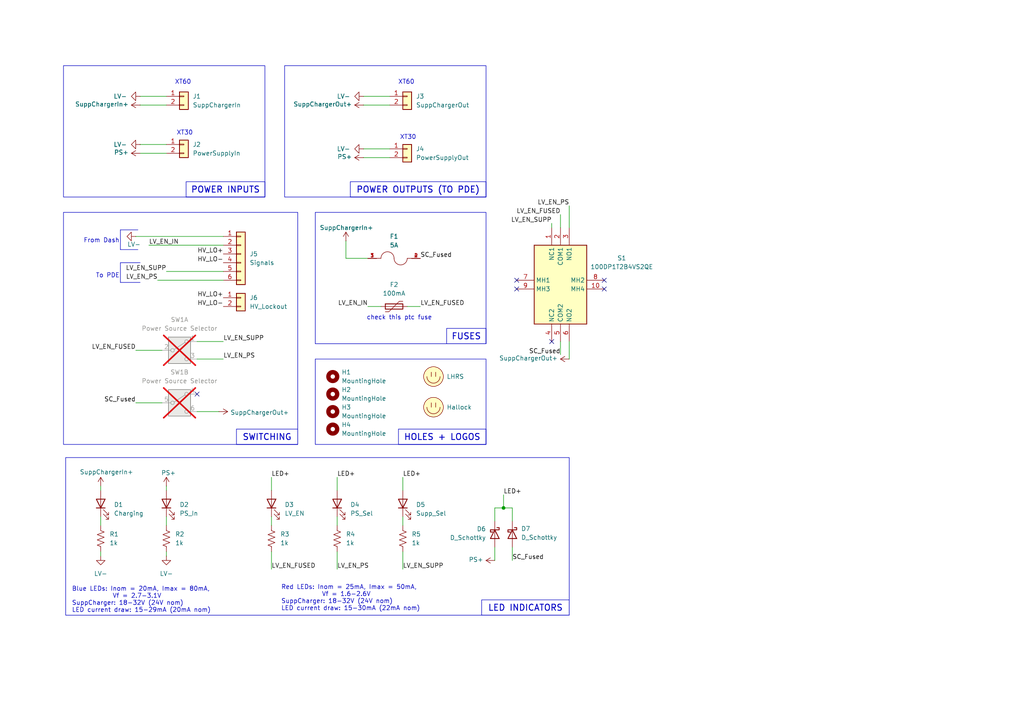
<source format=kicad_sch>
(kicad_sch (version 20250114) (generator "eeschema") (generator_version "9.0")
  (paper "A4")
  (lib_symbols
    (symbol "100DP1T2B4VS2QE:100DP1T2B4VS2QE"
      (property "Reference" "S" (at 21.59 15.24 0))
      (property "Value" "100DP1T2B4VS2QE" (at 21.59 12.7 0))
      (symbol "100DP1T2B4VS2QE_1_1"
        (rectangle (start 5.08 10.16) (end 20.32 -12.7) (stroke (width 0.254)) (fill (type background)))
        (pin passive line (at 0 0 0) (length 5.08) (name "MH1") (number "7"))
        (pin passive line (at 0 -2.54 0) (length 5.08) (name "MH3") (number "9"))
        (pin passive line (at 10.16 15.24 270) (length 5.08) (name "NC1") (number "1"))
        (pin passive line (at 10.16 -17.78 90) (length 5.08) (name "NC2") (number "4"))
        (pin passive line (at 12.7 15.24 270) (length 5.08) (name "COM1") (number "2"))
        (pin passive line (at 12.7 -17.78 90) (length 5.08) (name "COM2") (number "5"))
        (pin passive line (at 15.24 15.24 270) (length 5.08) (name "NO1") (number "3"))
        (pin passive line (at 15.24 -17.78 90) (length 5.08) (name "NO2") (number "6"))
        (pin passive line (at 25.4 0 180) (length 5.08) (name "MH2") (number "8"))
        (pin passive line (at 25.4 -2.54 180) (length 5.08) (name "MH4") (number "10"))
      )
    )
    (symbol "3568:3568" (pin_names (offset 1.016))
      (property "Reference" "F" (at -2.54 5.08 0))
      (property "Value" "3568" (at -2.54 -5.08 0))
      (symbol "3568_0_0"
        (polyline (pts (xy -5.08 0) (xy -3.81 0)) (stroke (width 0.1524)))
        (arc (start -3.81 0) (mid -1.905 1.8967) (end 0 0) (stroke (width 0.1524)))
        (arc (start 3.81 0) (mid 1.905 -1.8967) (end 0 0) (stroke (width 0.1524)))
        (polyline (pts (xy 5.08 0) (xy 3.81 0)) (stroke (width 0.1524)))
        (pin passive line (at -7.62 0 0) (length 2.54) (name "~") (number "1"))
        (pin passive line (at -7.62 0 0) (length 2.54) (name "~") (number "3"))
        (pin passive line (at 7.62 0 180) (length 2.54) (name "~") (number "2"))
        (pin passive line (at 7.62 0 180) (length 2.54) (name "~") (number "4"))
      )
    )
    (symbol "Connector_Generic:Conn_01x02" (pin_names (offset 1.016) (hide yes))
      (property "Reference" "J" (at 0 2.54 0))
      (property "Value" "Conn_01x02" (at 0 -5.08 0))
      (symbol "Conn_01x02_1_1"
        (rectangle (start -1.27 1.27) (end 1.27 -3.81) (stroke (width 0.254)) (fill (type background)))
        (rectangle (start -1.27 0.127) (end 0 -0.127) (stroke (width 0.1524)))
        (rectangle (start -1.27 -2.413) (end 0 -2.667) (stroke (width 0.1524)))
        (pin passive line (at -5.08 0 0) (length 3.81) (name "Pin_1") (number "1"))
        (pin passive line (at -5.08 -2.54 0) (length 3.81) (name "Pin_2") (number "2"))
      )
    )
    (symbol "Connector_Generic:Conn_01x06" (pin_names (offset 1.016) (hide yes))
      (property "Reference" "J" (at 0 7.62 0))
      (property "Value" "Conn_01x06" (at 0 -10.16 0))
      (symbol "Conn_01x06_1_1"
        (rectangle (start -1.27 6.35) (end 1.27 -8.89) (stroke (width 0.254)) (fill (type background)))
        (rectangle (start -1.27 5.207) (end 0 4.953) (stroke (width 0.1524)))
        (rectangle (start -1.27 2.667) (end 0 2.413) (stroke (width 0.1524)))
        (rectangle (start -1.27 0.127) (end 0 -0.127) (stroke (width 0.1524)))
        (rectangle (start -1.27 -2.413) (end 0 -2.667) (stroke (width 0.1524)))
        (rectangle (start -1.27 -4.953) (end 0 -5.207) (stroke (width 0.1524)))
        (rectangle (start -1.27 -7.493) (end 0 -7.747) (stroke (width 0.1524)))
        (pin passive line (at -5.08 5.08 0) (length 3.81) (name "Pin_1") (number "1"))
        (pin passive line (at -5.08 2.54 0) (length 3.81) (name "Pin_2") (number "2"))
        (pin passive line (at -5.08 0 0) (length 3.81) (name "Pin_3") (number "3"))
        (pin passive line (at -5.08 -2.54 0) (length 3.81) (name "Pin_4") (number "4"))
        (pin passive line (at -5.08 -5.08 0) (length 3.81) (name "Pin_5") (number "5"))
        (pin passive line (at -5.08 -7.62 0) (length 3.81) (name "Pin_6") (number "6"))
      )
    )
    (symbol "Device:D_Schottky" (pin_numbers (hide yes)) (pin_names (offset 1.016) (hide yes))
      (property "Reference" "D" (at 0 2.54 0))
      (property "Value" "D_Schottky" (at 0 -2.54 0))
      (symbol "D_Schottky_0_1"
        (polyline (pts (xy -1.905 0.635) (xy -1.905 1.27) (xy -1.27 1.27) (xy -1.27 -1.27) (xy -0.635 -1.27) (xy -0.635 -0.635)) (stroke (width 0.254)))
        (polyline (pts (xy 1.27 1.27) (xy 1.27 -1.27) (xy -1.27 0) (xy 1.27 1.27)) (stroke (width 0.254)))
        (polyline (pts (xy 1.27 0) (xy -1.27 0)))
      )
      (symbol "D_Schottky_1_1"
        (pin passive line (at -3.81 0 0) (length 2.54) (name "K") (number "1"))
        (pin passive line (at 3.81 0 180) (length 2.54) (name "A") (number "2"))
      )
    )
    (symbol "Device:LED" (pin_numbers (hide yes)) (pin_names (offset 1.016) (hide yes))
      (property "Reference" "D" (at 0 2.54 0))
      (property "Value" "LED" (at 0 -2.54 0))
      (symbol "LED_0_1"
        (polyline (pts (xy -3.048 -0.762) (xy -4.572 -2.286) (xy -3.81 -2.286) (xy -4.572 -2.286) (xy -4.572 -1.524)))
        (polyline (pts (xy -1.778 -0.762) (xy -3.302 -2.286) (xy -2.54 -2.286) (xy -3.302 -2.286) (xy -3.302 -1.524)))
        (polyline (pts (xy -1.27 0) (xy 1.27 0)))
        (polyline (pts (xy -1.27 -1.27) (xy -1.27 1.27)) (stroke (width 0.254)))
        (polyline (pts (xy 1.27 -1.27) (xy 1.27 1.27) (xy -1.27 0) (xy 1.27 -1.27)) (stroke (width 0.254)))
      )
      (symbol "LED_1_1"
        (pin passive line (at -3.81 0 0) (length 2.54) (name "K") (number "1"))
        (pin passive line (at 3.81 0 180) (length 2.54) (name "A") (number "2"))
      )
    )
    (symbol "Device:Polyfuse" (pin_numbers (hide yes)) (pin_names (offset 0))
      (property "Reference" "F" (at -2.54 0 90))
      (property "Value" "Polyfuse" (at 2.54 0 90))
      (symbol "Polyfuse_0_1"
        (polyline (pts (xy -1.524 2.54) (xy -1.524 1.524) (xy 1.524 -1.524) (xy 1.524 -2.54)))
        (rectangle (start -0.762 2.54) (end 0.762 -2.54) (stroke (width 0.254)))
        (polyline (pts (xy 0 2.54) (xy 0 -2.54)))
      )
      (symbol "Polyfuse_1_1"
        (pin passive line (at 0 3.81 270) (length 1.27) (name "~") (number "1"))
        (pin passive line (at 0 -3.81 90) (length 1.27) (name "~") (number "2"))
      )
    )
    (symbol "Device:R_US" (pin_numbers (hide yes)) (pin_names (offset 0))
      (property "Reference" "R" (at 2.54 0 90))
      (property "Value" "R_US" (at -2.54 0 90))
      (symbol "R_US_0_1"
        (polyline (pts (xy 0 2.286) (xy 0 2.54)))
        (polyline (pts (xy 0 2.286) (xy 1.016 1.905) (xy 0 1.524) (xy -1.016 1.143) (xy 0 0.762)))
        (polyline (pts (xy 0 0.762) (xy 1.016 0.381) (xy 0 0) (xy -1.016 -0.381) (xy 0 -0.762)))
        (polyline (pts (xy 0 -0.762) (xy 1.016 -1.143) (xy 0 -1.524) (xy -1.016 -1.905) (xy 0 -2.286)))
        (polyline (pts (xy 0 -2.286) (xy 0 -2.54)))
      )
      (symbol "R_US_1_1"
        (pin passive line (at 0 3.81 270) (length 1.27) (name "~") (number "1"))
        (pin passive line (at 0 -3.81 90) (length 1.27) (name "~") (number "2"))
      )
    )
    (symbol "Mechanical:MountingHole" (pin_names (offset 1.016)) (exclude_from_sim yes) (in_bom no)
      (property "Reference" "H" (at 0 5.08 0))
      (property "Value" "MountingHole" (at 0 3.175 0))
      (symbol "MountingHole_0_1"
        (circle (center 0 0) (radius 1.27) (stroke (width 1.27)))
      )
    )
    (symbol "Switch:SW_DPDT_x2" (pin_names (offset 0) (hide yes))
      (property "Reference" "SW" (at 0 5.08 0))
      (property "Value" "SW_DPDT_x2" (at 0 -5.08 0))
      (symbol "SW_DPDT_x2_0_0"
        (circle (center -2.032 0) (radius 0.508))
        (circle (center 2.032 -2.54) (radius 0.508))
      )
      (symbol "SW_DPDT_x2_0_1"
        (rectangle (start -3.175 3.81) (end 3.175 -3.81) (stroke (width 0.254)) (fill (type background)))
        (polyline (pts (xy -1.524 0.254) (xy 1.5748 2.286)))
        (circle (center 2.032 2.54) (radius 0.508))
      )
      (symbol "SW_DPDT_x2_1_1"
        (pin passive line (at -5.08 0 0) (length 2.54) (name "B") (number "2"))
        (pin passive line (at 5.08 2.54 180) (length 2.54) (name "A") (number "1"))
        (pin passive line (at 5.08 -2.54 180) (length 2.54) (name "C") (number "3"))
      )
      (symbol "SW_DPDT_x2_2_1"
        (pin passive line (at -5.08 0 0) (length 2.54) (name "B") (number "5"))
        (pin passive line (at 5.08 2.54 180) (length 2.54) (name "A") (number "4"))
        (pin passive line (at 5.08 -2.54 180) (length 2.54) (name "C") (number "6"))
      )
    )
    (symbol "power:+12V" (power) (pin_numbers (hide yes)) (pin_names (offset 0) (hide yes))
      (property "Value" "+12V" (at 0 3.556 0))
      (symbol "+12V_0_1"
        (polyline (pts (xy -0.762 1.27) (xy 0 2.54)))
        (polyline (pts (xy 0 2.54) (xy 0.762 1.27)))
        (polyline (pts (xy 0 0) (xy 0 2.54)))
      )
      (symbol "+12V_1_1"
        (pin power_in line (at 0 0 90) (length 0) (name "~") (number "1"))
      )
    )
    (symbol "power:GND" (power) (pin_numbers (hide yes)) (pin_names (offset 0) (hide yes))
      (property "Value" "GND" (at 0 -3.81 0))
      (symbol "GND_0_1"
        (polyline (pts (xy 0 0) (xy 0 -1.27) (xy 1.27 -1.27) (xy 0 -2.54) (xy -1.27 -1.27) (xy 0 -1.27)))
      )
      (symbol "GND_1_1"
        (pin power_in line (at 0 0 270) (length 0) (name "~") (number "1"))
      )
    )
    (symbol "utsvt_misc:Logo_Placeholder" (pin_names (offset 1.016))
      (property "Value" "Dr. Hallock" (at 3.556 0 0))
      (symbol "Logo_Placeholder_0_1"
        (polyline (pts (xy -0.635 1.27) (xy -0.635 0)))
        (arc (start 1.905 0) (mid 0 -1.8967) (end -1.905 0))
        (circle (center 0 0) (radius 2.8448) (fill (type background)))
        (polyline (pts (xy 0.635 1.27) (xy 0.635 0)))
      )
    )
  )
  (rectangle (start 91.44 61.595) (end 140.97 99.695))
  (rectangle (start 18.415 19.05) (end 76.835 57.15))
  (rectangle (start 19.05 132.715) (end 165.1 178.435))
  (rectangle (start 18.415 61.595) (end 86.36 128.905))
  (rectangle (start 82.55 19.05) (end 140.97 57.15))
  (rectangle (start 91.44 104.14) (end 140.97 128.905))
  (text "Blue LEDs: Inom = 20mA, Imax = 80mA,\n		  Vf = 2.7-3.1V\nSuppCharger: 18-32V (24V nom)\nLED current draw: 15-29mA (20mA nom)" (at 20.828 173.99 0) (effects (font (size 1.27 1.27)) (justify left)))
  (text "Red LEDs: Inom = 25mA, Imax = 50mA,\n		  Vf = 1.6-2.6V\nSuppCharger: 18-32V (24V nom)\nLED current draw: 15-30mA (22mA nom)" (at 81.534 173.482 0) (effects (font (size 1.27 1.27)) (justify left)))
  (text "To PDE" (at 31.242 80.01 0) (effects (font (size 1.27 1.27))))
  (text "XT60\n" (at 53.086 23.876 0) (effects (font (size 1.27 1.27))))
  (text "check this ptc fuse" (at 115.824 92.202 0) (effects (font (size 1.27 1.27))))
  (text "XT60\n" (at 117.856 23.876 0) (effects (font (size 1.27 1.27))))
  (text "XT30" (at 118.364 39.878 0) (effects (font (size 1.27 1.27))))
  (text "From Dash" (at 29.464 69.85 0) (effects (font (size 1.27 1.27))))
  (text "XT30" (at 53.594 38.608 0) (effects (font (size 1.27 1.27))))
  (text_box "LED INDICATORS" (at 139.7 173.99 0) (size 25.4 4.445) (margins 0.9525 0.9525 0.9525 0.9525) (effects (font (size 1.778 1.778) (thickness 0.254) (bold yes))))
  (text_box "SWITCHING" (at 68.58 124.46 0) (size 17.78 4.445) (margins 0.9525 0.9525 0.9525 0.9525) (effects (font (size 1.778 1.778) (thickness 0.254) (bold yes))))
  (text_box "POWER INPUTS" (at 53.975 52.705 0) (size 22.86 4.445) (margins 0.9525 0.9525 0.9525 0.9525) (effects (font (size 1.778 1.778) (thickness 0.254) (bold yes))))
  (text_box "FUSES" (at 129.54 95.25 0) (size 11.43 4.445) (margins 0.9525 0.9525 0.9525 0.9525) (effects (font (size 1.778 1.778) (thickness 0.254) (bold yes))))
  (text_box "HOLES + LOGOS" (at 115.57 124.46 0) (size 25.4 4.445) (margins 0.9525 0.9525 0.9525 0.9525) (effects (font (size 1.778 1.778) (thickness 0.254) (bold yes))))
  (text_box "POWER OUTPUTS (TO PDE)" (at 101.6 52.705 0) (size 39.37 4.445) (margins 0.9525 0.9525 0.9525 0.9525) (effects (font (size 1.778 1.778) (thickness 0.254) (bold yes))))
  (junction (at 146.05 147.32))
  (no_connect (at 175.26 83.82))
  (no_connect (at 160.02 99.06))
  (no_connect (at 149.86 81.28))
  (no_connect (at 149.86 83.82))
  (no_connect (at 175.26 81.28))
  (no_connect (at 57.15 114.3))
  (wire (pts (xy 48.26 160.02) (xy 48.26 161.29)))
  (wire (pts (xy 116.84 149.86) (xy 116.84 152.4)))
  (wire (pts (xy 105.41 43.18) (xy 113.03 43.18)))
  (wire (pts (xy 146.05 147.32) (xy 143.51 147.32)))
  (polyline (pts (xy 34.925 81.915) (xy 40.64 81.915)))
  (wire (pts (xy 97.79 138.43) (xy 97.79 142.24)))
  (wire (pts (xy 165.1 59.69) (xy 165.1 66.04)))
  (wire (pts (xy 148.59 151.13) (xy 148.59 147.32)))
  (wire (pts (xy 165.1 99.06) (xy 165.1 104.14)))
  (wire (pts (xy 78.74 138.43) (xy 78.74 142.24)))
  (wire (pts (xy 29.21 149.86) (xy 29.21 152.4)))
  (polyline (pts (xy 34.925 76.2) (xy 34.925 81.915)))
  (wire (pts (xy 29.21 140.97) (xy 29.21 142.24)))
  (wire (pts (xy 160.02 64.77) (xy 160.02 66.04)))
  (polyline (pts (xy 34.925 66.675) (xy 34.925 72.39)))
  (wire (pts (xy 45.72 81.28) (xy 64.77 81.28)))
  (wire (pts (xy 105.41 30.48) (xy 113.03 30.48)))
  (wire (pts (xy 118.11 88.9) (xy 121.92 88.9)))
  (wire (pts (xy 146.05 147.32) (xy 148.59 147.32)))
  (wire (pts (xy 48.26 78.74) (xy 64.77 78.74)))
  (polyline (pts (xy 40.005 72.39) (xy 34.925 72.39)))
  (wire (pts (xy 148.59 158.75) (xy 148.59 162.56)))
  (wire (pts (xy 106.68 88.9) (xy 110.49 88.9)))
  (wire (pts (xy 57.15 104.14) (xy 64.77 104.14)))
  (wire (pts (xy 162.56 62.23) (xy 162.56 66.04)))
  (polyline (pts (xy 34.925 76.2) (xy 40.64 76.2)))
  (wire (pts (xy 162.56 99.06) (xy 162.56 102.87)))
  (wire (pts (xy 40.64 27.94) (xy 48.26 27.94)))
  (wire (pts (xy 39.37 68.58) (xy 64.77 68.58)))
  (wire (pts (xy 143.51 158.75) (xy 143.51 162.56)))
  (wire (pts (xy 48.26 149.86) (xy 48.26 152.4)))
  (wire (pts (xy 143.51 147.32) (xy 143.51 151.13)))
  (wire (pts (xy 116.84 160.02) (xy 116.84 165.1)))
  (polyline (pts (xy 40.005 66.675) (xy 34.925 66.675)))
  (wire (pts (xy 40.64 44.45) (xy 48.26 44.45)))
  (wire (pts (xy 29.21 160.02) (xy 29.21 161.29)))
  (wire (pts (xy 78.74 149.86) (xy 78.74 152.4)))
  (wire (pts (xy 43.18 71.12) (xy 64.77 71.12)))
  (wire (pts (xy 48.26 140.97) (xy 48.26 142.24)))
  (wire (pts (xy 146.05 143.51) (xy 146.05 147.32)))
  (wire (pts (xy 97.79 149.86) (xy 97.79 152.4)))
  (wire (pts (xy 39.37 116.84) (xy 46.99 116.84)))
  (wire (pts (xy 105.41 27.94) (xy 113.03 27.94)))
  (wire (pts (xy 100.33 69.85) (xy 100.33 74.93)))
  (wire (pts (xy 39.37 101.6) (xy 46.99 101.6)))
  (wire (pts (xy 40.64 41.91) (xy 48.26 41.91)))
  (wire (pts (xy 100.33 74.93) (xy 106.68 74.93)))
  (wire (pts (xy 97.79 160.02) (xy 97.79 165.1)))
  (wire (pts (xy 78.74 160.02) (xy 78.74 165.1)))
  (wire (pts (xy 105.41 45.72) (xy 113.03 45.72)))
  (wire (pts (xy 116.84 138.43) (xy 116.84 142.24)))
  (wire (pts (xy 57.15 119.38) (xy 63.5 119.38)))
  (wire (pts (xy 57.15 99.06) (xy 64.77 99.06)))
  (wire (pts (xy 40.64 30.48) (xy 48.26 30.48)))
  (label "LV_EN_FUSED" (at 39.37 101.6 180))
  (label "HV_LO+" (at 64.77 86.36 180))
  (label "LV_EN_PS" (at 64.77 104.14 0))
  (label "HV_LO+" (at 64.77 73.66 180))
  (label "LED+" (at 97.79 138.43 0) (effects (font (thickness 0.1588))))
  (label "HV_LO-" (at 64.77 88.9 180))
  (label "LV_EN_FUSED" (at 162.56 62.23 180))
  (label "LV_EN_IN" (at 43.18 71.12 0))
  (label "LV_EN_SUPP" (at 160.02 64.77 180))
  (label "LED+" (at 146.05 143.51 0) (effects (font (thickness 0.1588))))
  (label "LV_EN_PS" (at 97.79 165.1 0))
  (label "LV_EN_FUSED" (at 78.74 165.1 0))
  (label "LV_EN_SUPP" (at 48.26 78.74 180))
  (label "SC_Fused" (at 162.56 102.87 180) (effects (font (thickness 0.1588))))
  (label "SC_Fused" (at 39.37 116.84 180) (effects (font (thickness 0.1588))))
  (label "HV_LO-" (at 64.77 76.2 180))
  (label "SC_Fused" (at 121.92 74.93 0) (effects (font (thickness 0.1588))))
  (label "LV_EN_IN" (at 106.68 88.9 180))
  (label "LV_EN_FUSED" (at 121.92 88.9 0))
  (label "LV_EN_SUPP" (at 116.84 165.1 0))
  (label "LED+" (at 116.84 138.43 0) (effects (font (thickness 0.1588))))
  (label "LV_EN_PS" (at 45.72 81.28 180))
  (label "LED+" (at 78.74 138.43 0) (effects (font (thickness 0.1588))))
  (label "SC_Fused" (at 148.59 162.56 0) (effects (font (thickness 0.1588))))
  (label "LV_EN_SUPP" (at 64.77 99.06 0))
  (label "LV_EN_PS" (at 165.1 59.69 180))
  (symbol (lib_id "Device:R_US") (at 116.84 156.21 0) (unit 1)
    (property "Reference" "R5" (at 119.38 154.9399 0) (effects (justify left)))
    (property "Value" "1k" (at 119.38 157.4799 0) (effects (justify left)))
    (property "Footprint" "Resistor_SMD:R_0603_1608Metric_Pad0.98x0.95mm_HandSolder" (effects (hide yes)))
    (property "Description" "Resistor, US symbol" (effects (hide yes)))
  )
  (symbol (lib_id "power:+12V") (at 105.41 30.48 90) (unit 1)
    (property "Reference" "#PWR04" (effects (hide yes)))
    (property "Value" "SuppChargerOut+" (at 102.108 30.226 90) (effects (justify left)))
    (property "Description" "Power symbol creates a global label with name \"+12V\"" (effects (hide yes)))
  )
  (symbol (lib_id "power:+12V") (at 29.21 140.97 0) (unit 1)
    (property "Reference" "#PWR012" (effects (hide yes)))
    (property "Value" "SuppChargerIn+" (at 23.114 136.906 0) (effects (justify left)))
    (property "Description" "Power symbol creates a global label with name \"+12V\"" (effects (hide yes)))
  )
  (symbol (lib_id "utsvt_misc:Logo_Placeholder") (at 125.73 118.11 0) (unit 1)
    (property "Reference" "LOGO2" (effects (hide yes)))
    (property "Value" "Hallock" (at 129.54 118.1099 0) (effects (justify left)))
    (property "Footprint" "UTSVT_Logos:Hallock_Image_Tiny" (effects (hide yes)))
    (property "Description" "Graph footprint placeholder" (effects (hide yes)))
  )
  (symbol (lib_id "Device:LED") (at 116.84 146.05 90) (unit 1)
    (property "Reference" "D5" (at 120.65 146.3674 90) (effects (justify right)))
    (property "Value" "Supp_Sel" (at 120.65 148.9074 90) (effects (justify right)))
    (property "Footprint" "LED_SMD:LED_0603_1608Metric_Pad1.05x0.95mm_HandSolder" (effects (hide yes)))
    (property "Datasheet" "https://www.lcsc.com/datasheet/C84263.pdf" (effects (hide yes)))
    (property "Description" "Red LED, P/N: NCD0603R1" (effects (hide yes)))
    (property "Sim.Pins" "1=K 2=A" (effects (hide yes)))
  )
  (symbol (lib_id "power:GND") (at 29.21 161.29 0) (unit 1)
    (property "Reference" "#PWR014" (effects (hide yes)))
    (property "Value" "LV-" (at 29.21 166.37 0))
    (property "Description" "Power symbol creates a global label with name \"GND\" , ground" (effects (hide yes)))
  )
  (symbol (lib_id "power:GND") (at 40.64 27.94 270) (unit 1)
    (property "Reference" "#PWR01" (effects (hide yes)))
    (property "Value" "LV-" (at 36.83 27.9399 90) (effects (justify right)))
    (property "Description" "Power symbol creates a global label with name \"GND\" , ground" (effects (hide yes)))
  )
  (symbol (lib_id "Connector_Generic:Conn_01x06") (at 69.85 73.66 0) (unit 1)
    (property "Reference" "J5" (at 72.39 73.6599 0) (effects (justify left)))
    (property "Value" "Signals" (at 72.39 76.1999 0) (effects (justify left)))
    (property "Footprint" "Connector_Molex:Molex_Nano-Fit_105309-xx06_1x06_P2.50mm_Vertical" (effects (hide yes)))
    (property "Description" "Generic connector, single row, 01x06, script generated (kicad-library-utils/schlib/autogen/connector/)" (effects (hide yes)))
  )
  (symbol (lib_id "Device:Polyfuse") (at 114.3 88.9 90) (unit 1)
    (property "Reference" "F2" (at 114.3 82.55 90))
    (property "Value" "100mA" (at 114.3 85.09 90))
    (property "Footprint" "Fuse:Fuse_1210_3225Metric_Pad1.42x2.65mm_HandSolder" (effects (hide yes)))
    (property "Datasheet" "https://www.bourns.com/docs/product-datasheets/mf-usht.pdf" (effects (hide yes)))
    (property "Description" "MF-USHT010KX/36-2" (effects (hide yes)))
  )
  (symbol (lib_id "power:GND") (at 48.26 161.29 0) (unit 1)
    (property "Reference" "#PWR015" (effects (hide yes)))
    (property "Value" "LV-" (at 48.26 166.37 0))
    (property "Description" "Power symbol creates a global label with name \"GND\" , ground" (effects (hide yes)))
  )
  (symbol (lib_id "Switch:SW_DPDT_x2") (at 52.07 116.84 0) (unit 2) (on_board no) (dnp yes)
    (property "Reference" "SW1" (at 52.07 107.95 0))
    (property "Value" "Power Source Selector" (at 52.07 110.49 0))
    (property "Footprint" "footprints:100DP1T2B4VS2QE" (effects (hide yes)))
    (property "Datasheet" "https://www.mouser.com/ProductDetail/E-Switch/100DP1T2B4VS2QE?qs=f57gQzlyLirif7rrDxoMAg%3D%3D&srsltid=AfmBOorV8x9Dk8RruhWxD9no7sM7mY-LmQ5c7sQq3xaVyXsMWBRUd5bD" (effects (hide yes)))
    (property "Description" "Switch, dual pole double throw, separate symbols" (effects (hide yes)))
    (property "P/N" "612-100DP1T2B4VS2QE" (effects (hide yes)))
  )
  (symbol (lib_id "Mechanical:MountingHole") (at 96.52 119.38 0) (unit 1)
    (property "Reference" "H3" (at 99.06 118.1099 0) (effects (justify left)))
    (property "Value" "MountingHole" (at 99.06 120.6499 0) (effects (justify left)))
    (property "Footprint" "MountingHole:MountingHole_3.2mm_M3" (effects (hide yes)))
    (property "Description" "Mounting Hole without connection" (effects (hide yes)))
  )
  (symbol (lib_id "Device:LED") (at 48.26 146.05 90) (unit 1)
    (property "Reference" "D2" (at 52.07 146.3674 90) (effects (justify right)))
    (property "Value" "PS_In" (at 52.07 148.9074 90) (effects (justify right)))
    (property "Footprint" "LED_SMD:LED_0603_1608Metric_Pad1.05x0.95mm_HandSolder" (effects (hide yes)))
    (property "Datasheet" "https://mm.digikey.com/Volume0/opasdata/d220001/medias/docus/6472/5962_XL-1608UBC-06A%200603%E9%AB%98%E4%BA%AE%E8%93%9D0.6T.pdf" (effects (hide yes)))
    (property "Description" "Blue LED, P/N: XL-1608UBC-06A" (effects (hide yes)))
    (property "Sim.Pins" "1=K 2=A" (effects (hide yes)))
  )
  (symbol (lib_id "Device:R_US") (at 97.79 156.21 0) (unit 1)
    (property "Reference" "R4" (at 100.33 154.9399 0) (effects (justify left)))
    (property "Value" "1k" (at 100.33 157.4799 0) (effects (justify left)))
    (property "Footprint" "Resistor_SMD:R_0603_1608Metric_Pad0.98x0.95mm_HandSolder" (effects (hide yes)))
    (property "Description" "Resistor, US symbol" (effects (hide yes)))
  )
  (symbol (lib_id "power:+12V") (at 165.1 104.14 90) (unit 1)
    (property "Reference" "#PWR017" (effects (hide yes)))
    (property "Value" "SuppChargerOut+" (at 161.798 103.886 90) (effects (justify left)))
    (property "Description" "Power symbol creates a global label with name \"+12V\"" (effects (hide yes)))
  )
  (symbol (lib_id "3568:3568") (at 114.3 74.93 0) (unit 1)
    (property "Reference" "F1" (at 114.3 68.58 0))
    (property "Value" "5A" (at 114.3 71.12 0))
    (property "Footprint" "footprints:FUSE_3568" (effects (hide yes)))
    (property "PARTREV" "C" (effects (hide yes)))
    (property "MANUFACTURER" "Keystone" (effects (hide yes)))
    (property "SNAPEDA_PN" "3568" (effects (hide yes)))
    (property "MAXIMUM_PACKAGE_HEIGHT" "7.37 mm" (effects (hide yes)))
    (property "STANDARD" "Manufacturer Recommendations" (effects (hide yes)))
  )
  (symbol (lib_id "Device:D_Schottky") (at 143.51 154.94 270) (unit 1)
    (property "Reference" "D6" (at 140.97 153.416 90) (effects (justify right)))
    (property "Value" "D_Schottky" (at 140.97 155.956 90) (effects (justify right)))
    (property "Footprint" "Diode_SMD:D_SOD-123" (effects (hide yes)))
    (property "Datasheet" "https://www.diodes.com/assets/Datasheets/1N5819HW.pdf" (effects (hide yes)))
    (property "Description" "1N5819HW-7-F" (effects (hide yes)))
  )
  (symbol (lib_id "power:+12V") (at 48.26 140.97 0) (unit 1)
    (property "Reference" "#PWR013" (effects (hide yes)))
    (property "Value" "PS+" (at 46.736 137.16 0) (effects (justify left)))
    (property "Description" "Power symbol creates a global label with name \"+12V\"" (effects (hide yes)))
  )
  (symbol (lib_id "utsvt_misc:Logo_Placeholder") (at 125.73 109.22 0) (unit 1)
    (property "Reference" "LOGO1" (effects (hide yes)))
    (property "Value" "LHRS" (at 129.54 109.2199 0) (effects (justify left)))
    (property "Footprint" "UTSVT_Logos:LHRs_LOGO" (effects (hide yes)))
    (property "Description" "Graph footprint placeholder" (effects (hide yes)))
  )
  (symbol (lib_id "Connector_Generic:Conn_01x02") (at 53.34 41.91 0) (unit 1)
    (property "Reference" "J2" (at 55.88 41.9099 0) (effects (justify left)))
    (property "Value" "PowerSupplyIn" (at 55.88 44.4499 0) (effects (justify left)))
    (property "Footprint" "footprints:AMASS_XT30UPB-M_1x02_P5.0mm_Vertical" (effects (hide yes)))
    (property "Description" "Generic connector, single row, 01x02, script generated (kicad-library-utils/schlib/autogen/connector/)" (effects (hide yes)))
  )
  (symbol (lib_id "power:GND") (at 40.64 41.91 270) (unit 1)
    (property "Reference" "#PWR05" (effects (hide yes)))
    (property "Value" "LV-" (at 36.83 41.9099 90) (effects (justify right)))
    (property "Description" "Power symbol creates a global label with name \"GND\" , ground" (effects (hide yes)))
  )
  (symbol (lib_id "Mechanical:MountingHole") (at 96.52 114.3 0) (unit 1)
    (property "Reference" "H2" (at 99.06 113.0299 0) (effects (justify left)))
    (property "Value" "MountingHole" (at 99.06 115.5699 0) (effects (justify left)))
    (property "Footprint" "MountingHole:MountingHole_3.2mm_M3" (effects (hide yes)))
    (property "Description" "Mounting Hole without connection" (effects (hide yes)))
  )
  (symbol (lib_id "Device:R_US") (at 48.26 156.21 0) (unit 1)
    (property "Reference" "R2" (at 50.8 154.9399 0) (effects (justify left)))
    (property "Value" "1k" (at 50.8 157.4799 0) (effects (justify left)))
    (property "Footprint" "Resistor_SMD:R_0603_1608Metric_Pad0.98x0.95mm_HandSolder" (effects (hide yes)))
    (property "Description" "Resistor, US symbol" (effects (hide yes)))
  )
  (symbol (lib_id "power:+12V") (at 40.64 44.45 90) (unit 1)
    (property "Reference" "#PWR07" (effects (hide yes)))
    (property "Value" "PS+" (at 37.338 44.196 90) (effects (justify left)))
    (property "Description" "Power symbol creates a global label with name \"+12V\"" (effects (hide yes)))
  )
  (symbol (lib_id "Connector_Generic:Conn_01x02") (at 118.11 43.18 0) (unit 1)
    (property "Reference" "J4" (at 120.65 43.1799 0) (effects (justify left)))
    (property "Value" "PowerSupplyOut" (at 120.65 45.7199 0) (effects (justify left)))
    (property "Footprint" "footprints:AMASS_XT30UPB-M_1x02_P5.0mm_Vertical" (effects (hide yes)))
    (property "Description" "Generic connector, single row, 01x02, script generated (kicad-library-utils/schlib/autogen/connector/)" (effects (hide yes)))
  )
  (symbol (lib_id "power:+12V") (at 63.5 119.38 270) (unit 1)
    (property "Reference" "#PWR011" (effects (hide yes)))
    (property "Value" "SuppChargerOut+" (at 66.802 119.634 90) (effects (justify left)))
    (property "Description" "Power symbol creates a global label with name \"+12V\"" (effects (hide yes)))
  )
  (symbol (lib_id "power:GND") (at 105.41 43.18 270) (unit 1)
    (property "Reference" "#PWR06" (effects (hide yes)))
    (property "Value" "LV-" (at 101.6 43.1799 90) (effects (justify right)))
    (property "Description" "Power symbol creates a global label with name \"GND\" , ground" (effects (hide yes)))
  )
  (symbol (lib_id "Device:LED") (at 97.79 146.05 90) (unit 1)
    (property "Reference" "D4" (at 101.6 146.3674 90) (effects (justify right)))
    (property "Value" "PS_Sel" (at 101.6 148.9074 90) (effects (justify right)))
    (property "Footprint" "LED_SMD:LED_0603_1608Metric_Pad1.05x0.95mm_HandSolder" (effects (hide yes)))
    (property "Datasheet" "https://www.lcsc.com/datasheet/C84263.pdf" (effects (hide yes)))
    (property "Description" "Red LED, P/N: NCD0603R1" (effects (hide yes)))
    (property "Sim.Pins" "1=K 2=A" (effects (hide yes)))
  )
  (symbol (lib_id "Connector_Generic:Conn_01x02") (at 118.11 27.94 0) (unit 1)
    (property "Reference" "J3" (at 120.65 27.9399 0) (effects (justify left)))
    (property "Value" "SuppChargerOut" (at 120.65 30.4799 0) (effects (justify left)))
    (property "Footprint" "Connector_AMASS:AMASS_XT60-M_1x02_P7.20mm_Vertical" (effects (hide yes)))
    (property "Description" "Generic connector, single row, 01x02, script generated (kicad-library-utils/schlib/autogen/connector/)" (effects (hide yes)))
  )
  (symbol (lib_id "power:GND") (at 39.37 68.58 270) (unit 1)
    (property "Reference" "#PWR09" (effects (hide yes)))
    (property "Value" "LV-" (at 38.862 70.866 90))
    (property "Description" "Power symbol creates a global label with name \"GND\" , ground" (effects (hide yes)))
  )
  (symbol (lib_id "power:+12V") (at 100.33 69.85 0) (unit 1)
    (property "Reference" "#PWR010" (effects (hide yes)))
    (property "Value" "SuppChargerIn+" (at 92.71 66.04 0) (effects (justify left)))
    (property "Description" "Power symbol creates a global label with name \"+12V\"" (effects (hide yes)))
  )
  (symbol (lib_id "Device:R_US") (at 29.21 156.21 0) (unit 1)
    (property "Reference" "R1" (at 31.75 154.9399 0) (effects (justify left)))
    (property "Value" "1k" (at 31.75 157.4799 0) (effects (justify left)))
    (property "Footprint" "Resistor_SMD:R_0603_1608Metric_Pad0.98x0.95mm_HandSolder" (effects (hide yes)))
    (property "Description" "Resistor, US symbol" (effects (hide yes)))
  )
  (symbol (lib_id "Device:LED") (at 78.74 146.05 90) (unit 1)
    (property "Reference" "D3" (at 82.55 146.3674 90) (effects (justify right)))
    (property "Value" "LV_EN" (at 82.55 148.9074 90) (effects (justify right)))
    (property "Footprint" "LED_SMD:LED_0603_1608Metric_Pad1.05x0.95mm_HandSolder" (effects (hide yes)))
    (property "Datasheet" "https://www.lcsc.com/datasheet/C84263.pdf" (effects (hide yes)))
    (property "Description" "Red LED, P/N: NCD0603R1" (effects (hide yes)))
    (property "Sim.Pins" "1=K 2=A" (effects (hide yes)))
  )
  (symbol (lib_id "power:+12V") (at 40.64 30.48 90) (unit 1)
    (property "Reference" "#PWR03" (effects (hide yes)))
    (property "Value" "SuppChargerIn+" (at 37.338 30.226 90) (effects (justify left)))
    (property "Description" "Power symbol creates a global label with name \"+12V\"" (effects (hide yes)))
  )
  (symbol (lib_id "power:+12V") (at 143.51 162.56 90) (unit 1)
    (property "Reference" "#PWR016" (effects (hide yes)))
    (property "Value" "PS+" (at 140.208 162.306 90) (effects (justify left)))
    (property "Description" "Power symbol creates a global label with name \"+12V\"" (effects (hide yes)))
  )
  (symbol (lib_id "power:GND") (at 105.41 27.94 270) (unit 1)
    (property "Reference" "#PWR02" (effects (hide yes)))
    (property "Value" "LV-" (at 101.6 27.9399 90) (effects (justify right)))
    (property "Description" "Power symbol creates a global label with name \"GND\" , ground" (effects (hide yes)))
  )
  (symbol (lib_id "Device:LED") (at 29.21 146.05 90) (unit 1)
    (property "Reference" "D1" (at 33.02 146.3674 90) (effects (justify right)))
    (property "Value" "Charging" (at 33.02 148.9074 90) (effects (justify right)))
    (property "Footprint" "LED_SMD:LED_0603_1608Metric_Pad1.05x0.95mm_HandSolder" (effects (hide yes)))
    (property "Datasheet" "https://mm.digikey.com/Volume0/opasdata/d220001/medias/docus/6472/5962_XL-1608UBC-06A%200603%E9%AB%98%E4%BA%AE%E8%93%9D0.6T.pdf" (effects (hide yes)))
    (property "Description" "Blue LED, P/N: XL-1608UBC-06A" (effects (hide yes)))
    (property "Sim.Pins" "1=K 2=A" (effects (hide yes)))
  )
  (symbol (lib_id "Mechanical:MountingHole") (at 96.52 109.22 0) (unit 1)
    (property "Reference" "H1" (at 99.06 107.9499 0) (effects (justify left)))
    (property "Value" "MountingHole" (at 99.06 110.4899 0) (effects (justify left)))
    (property "Footprint" "MountingHole:MountingHole_3.2mm_M3" (effects (hide yes)))
    (property "Description" "Mounting Hole without connection" (effects (hide yes)))
  )
  (symbol (lib_id "Connector_Generic:Conn_01x02") (at 53.34 27.94 0) (unit 1)
    (property "Reference" "J1" (at 55.88 27.9399 0) (effects (justify left)))
    (property "Value" "SuppChargerIn" (at 55.88 30.4799 0) (effects (justify left)))
    (property "Footprint" "Connector_AMASS:AMASS_XT60-M_1x02_P7.20mm_Vertical" (effects (hide yes)))
    (property "Description" "Generic connector, single row, 01x02, script generated (kicad-library-utils/schlib/autogen/connector/)" (effects (hide yes)))
  )
  (symbol (lib_id "Connector_Generic:Conn_01x02") (at 69.85 86.36 0) (unit 1)
    (property "Reference" "J6" (at 72.39 86.3599 0) (effects (justify left)))
    (property "Value" "HV_Lockout" (at 72.39 88.8999 0) (effects (justify left)))
    (property "Footprint" "UTSVT_Connectors:Molex_Nano-Fit_105309-xx02_1x02_P2.50mm_Vertical" (effects (hide yes)))
    (property "Description" "Generic connector, single row, 01x02, script generated (kicad-library-utils/schlib/autogen/connector/)" (effects (hide yes)))
  )
  (symbol (lib_id "100DP1T2B4VS2QE:100DP1T2B4VS2QE") (at 149.86 81.28 0) (unit 1)
    (property "Reference" "S1" (at 180.34 74.8598 0))
    (property "Value" "100DP1T2B4VS2QE" (at 180.34 77.3998 0))
    (property "Footprint" "footprints:100DP1T2B4VS2QE" (effects (hide yes)))
    (property "Datasheet" "https://configured-product-images.s3.amazonaws.com/2D/specs/100DP1T2B4VS2QE.pdf" (effects (hide yes)))
    (property "Description" "TOGGLE, 5A, 120VAC/28VDC DPDT, On-On Through Hole" (effects (hide yes)))
    (property "Height" "25.49" (effects (hide yes)))
    (property "Manufacturer_Name" "E-Switch" (effects (hide yes)))
    (property "Manufacturer_Part_Number" "100DP1T2B4VS2QE" (effects (hide yes)))
  )
  (symbol (lib_id "Switch:SW_DPDT_x2") (at 52.07 101.6 0) (unit 1) (on_board no) (dnp yes)
    (property "Reference" "SW1" (at 52.07 92.71 0))
    (property "Value" "Power Source Selector" (at 52.07 95.25 0))
    (property "Footprint" "footprints:100DP1T2B4VS2QE" (effects (hide yes)))
    (property "Datasheet" "https://www.mouser.com/ProductDetail/E-Switch/100DP1T2B4VS2QE?qs=f57gQzlyLirif7rrDxoMAg%3D%3D&srsltid=AfmBOorV8x9Dk8RruhWxD9no7sM7mY-LmQ5c7sQq3xaVyXsMWBRUd5bD" (effects (hide yes)))
    (property "Description" "Switch, dual pole double throw, separate symbols" (effects (hide yes)))
    (property "P/N" "612-100DP1T2B4VS2QE" (effects (hide yes)))
  )
  (symbol (lib_id "Device:R_US") (at 78.74 156.21 0) (unit 1)
    (property "Reference" "R3" (at 81.28 154.9399 0) (effects (justify left)))
    (property "Value" "1k" (at 81.28 157.4799 0) (effects (justify left)))
    (property "Footprint" "Resistor_SMD:R_0603_1608Metric_Pad0.98x0.95mm_HandSolder" (effects (hide yes)))
    (property "Description" "Resistor, US symbol" (effects (hide yes)))
  )
  (symbol (lib_id "Device:D_Schottky") (at 148.59 154.94 270) (unit 1)
    (property "Reference" "D7" (at 151.13 153.3524 90) (effects (justify left)))
    (property "Value" "D_Schottky" (at 151.13 155.8924 90) (effects (justify left)))
    (property "Footprint" "Diode_SMD:D_SOD-123" (effects (hide yes)))
    (property "Datasheet" "https://www.diodes.com/assets/Datasheets/1N5819HW.pdf" (effects (hide yes)))
    (property "Description" "1N5819HW-7-F" (effects (hide yes)))
  )
  (symbol (lib_id "Mechanical:MountingHole") (at 96.52 124.46 0) (unit 1)
    (property "Reference" "H4" (at 99.06 123.1899 0) (effects (justify left)))
    (property "Value" "MountingHole" (at 99.06 125.7299 0) (effects (justify left)))
    (property "Footprint" "MountingHole:MountingHole_3.2mm_M3" (effects (hide yes)))
    (property "Description" "Mounting Hole without connection" (effects (hide yes)))
  )
  (symbol (lib_id "power:+12V") (at 105.41 45.72 90) (unit 1)
    (property "Reference" "#PWR08" (effects (hide yes)))
    (property "Value" "PS+" (at 102.108 45.466 90) (effects (justify left)))
    (property "Description" "Power symbol creates a global label with name \"+12V\"" (effects (hide yes)))
  )
)
</source>
